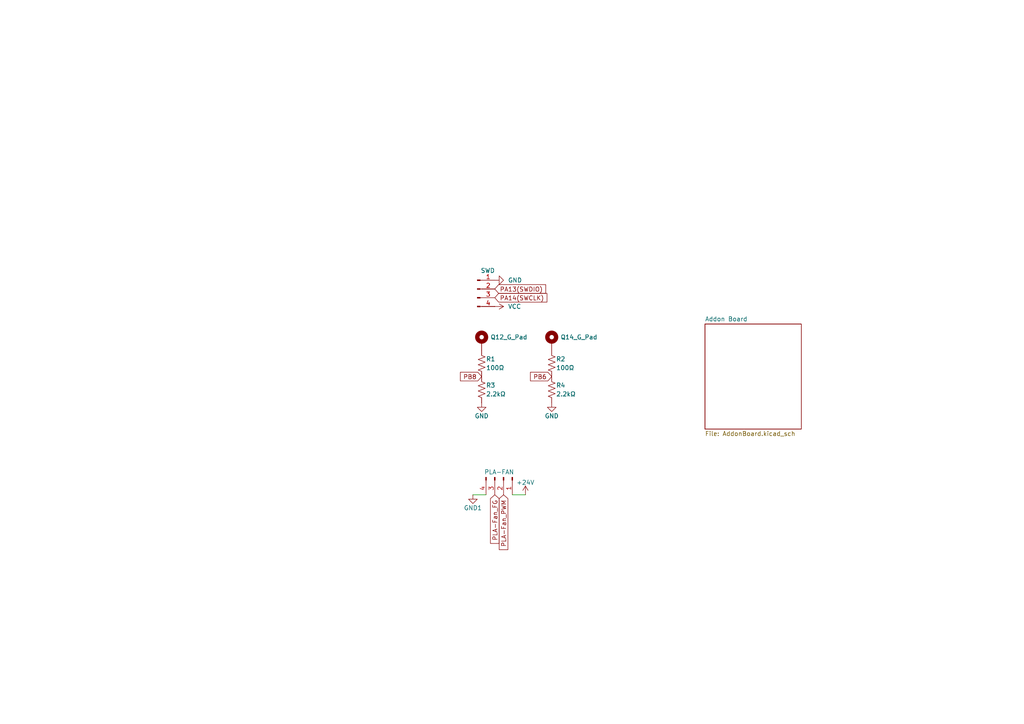
<source format=kicad_sch>
(kicad_sch (version 20250114) (generator "eeschema") (generator_version "9.0")
  (paper "A4")
  (lib_symbols
    (symbol "Connector:Conn_01x04_Pin" (pin_names (offset 1.016) (hide yes))
      (property "Reference" "J" (at 0 5.08 0))
      (property "Value" "Conn_01x04_Pin" (at 0 -7.62 0))
      (symbol "Conn_01x04_Pin_1_1"
        (rectangle (start 0.8636 2.667) (end 0 2.413) (stroke (width 0.1524)) (fill (type outline)))
        (rectangle (start 0.8636 0.127) (end 0 -0.127) (stroke (width 0.1524)) (fill (type outline)))
        (rectangle (start 0.8636 -2.413) (end 0 -2.667) (stroke (width 0.1524)) (fill (type outline)))
        (rectangle (start 0.8636 -4.953) (end 0 -5.207) (stroke (width 0.1524)) (fill (type outline)))
        (polyline (pts (xy 1.27 2.54) (xy 0.8636 2.54)) (stroke (width 0.1524)))
        (polyline (pts (xy 1.27 0) (xy 0.8636 0)) (stroke (width 0.1524)))
        (polyline (pts (xy 1.27 -2.54) (xy 0.8636 -2.54)) (stroke (width 0.1524)))
        (polyline (pts (xy 1.27 -5.08) (xy 0.8636 -5.08)) (stroke (width 0.1524)))
        (pin passive line (at 5.08 2.54 180) (length 3.81) (name "Pin_1") (number "1"))
        (pin passive line (at 5.08 0 180) (length 3.81) (name "Pin_2") (number "2"))
        (pin passive line (at 5.08 -2.54 180) (length 3.81) (name "Pin_3") (number "3"))
        (pin passive line (at 5.08 -5.08 180) (length 3.81) (name "Pin_4") (number "4"))
      )
    )
    (symbol "Device:R_US" (pin_numbers (hide yes)) (pin_names (offset 0))
      (property "Reference" "R" (at 2.54 0 90))
      (property "Value" "R_US" (at -2.54 0 90))
      (symbol "R_US_0_1"
        (polyline (pts (xy 0 2.286) (xy 0 2.54)))
        (polyline (pts (xy 0 2.286) (xy 1.016 1.905) (xy 0 1.524) (xy -1.016 1.143) (xy 0 0.762)))
        (polyline (pts (xy 0 0.762) (xy 1.016 0.381) (xy 0 0) (xy -1.016 -0.381) (xy 0 -0.762)))
        (polyline (pts (xy 0 -0.762) (xy 1.016 -1.143) (xy 0 -1.524) (xy -1.016 -1.905) (xy 0 -2.286)))
        (polyline (pts (xy 0 -2.286) (xy 0 -2.54)))
      )
      (symbol "R_US_1_1"
        (pin passive line (at 0 3.81 270) (length 1.27) (name "~") (number "1"))
        (pin passive line (at 0 -3.81 90) (length 1.27) (name "~") (number "2"))
      )
    )
    (symbol "Mechanical:MountingHole_Pad" (pin_numbers (hide yes)) (pin_names (offset 1.016) (hide yes)) (in_bom no)
      (property "Reference" "H" (at 0 6.35 0))
      (property "Value" "MountingHole_Pad" (at 0 4.445 0))
      (symbol "MountingHole_Pad_0_1"
        (circle (center 0 1.27) (radius 1.27) (stroke (width 1.27)))
      )
      (symbol "MountingHole_Pad_1_1"
        (pin input line (at 0 -2.54 90) (length 2.54) (name "1") (number "1"))
      )
    )
    (symbol "power:+24V" (power) (pin_numbers (hide yes)) (pin_names (offset 0) (hide yes))
      (property "Value" "+24V" (at 0 3.556 0))
      (symbol "+24V_0_1"
        (polyline (pts (xy -0.762 1.27) (xy 0 2.54)))
        (polyline (pts (xy 0 2.54) (xy 0.762 1.27)))
        (polyline (pts (xy 0 0) (xy 0 2.54)))
      )
      (symbol "+24V_1_1"
        (pin power_in line (at 0 0 90) (length 0) (name "~") (number "1"))
      )
    )
    (symbol "power:GND" (power) (pin_numbers (hide yes)) (pin_names (offset 0) (hide yes))
      (property "Value" "GND" (at 0 -3.81 0))
      (symbol "GND_0_1"
        (polyline (pts (xy 0 0) (xy 0 -1.27) (xy 1.27 -1.27) (xy 0 -2.54) (xy -1.27 -1.27) (xy 0 -1.27)))
      )
      (symbol "GND_1_1"
        (pin power_in line (at 0 0 270) (length 0) (name "~") (number "1"))
      )
    )
    (symbol "power:GND1" (power) (pin_numbers (hide yes)) (pin_names (offset 0) (hide yes))
      (property "Value" "GND1" (at 0 -3.81 0))
      (symbol "GND1_0_1"
        (polyline (pts (xy 0 0) (xy 0 -1.27) (xy 1.27 -1.27) (xy 0 -2.54) (xy -1.27 -1.27) (xy 0 -1.27)))
      )
      (symbol "GND1_1_1"
        (pin power_in line (at 0 0 270) (length 0) (name "~") (number "1"))
      )
    )
    (symbol "power:VCC" (power) (pin_numbers (hide yes)) (pin_names (offset 0) (hide yes))
      (property "Value" "VCC" (at 0 3.556 0))
      (symbol "VCC_0_1"
        (polyline (pts (xy -0.762 1.27) (xy 0 2.54)))
        (polyline (pts (xy 0 2.54) (xy 0.762 1.27)))
        (polyline (pts (xy 0 0) (xy 0 2.54)))
      )
      (symbol "VCC_1_1"
        (pin power_in line (at 0 0 90) (length 0) (name "~") (number "1"))
      )
    )
  )
  (wire (pts (xy 148.59 143.51) (xy 152.4 143.51)))
  (wire (pts (xy 137.16 143.51) (xy 140.97 143.51)))
  (global_label "PB6" (shape input) (at 160.02 109.22 180) (property "Intersheetrefs" "${INTERSHEET_REFS}" (effects (hide yes))))
  (global_label "PB8" (shape input) (at 139.7 109.22 180) (property "Intersheetrefs" "${INTERSHEET_REFS}" (effects (hide yes))))
  (global_label "PA14(SWCLK)" (shape input) (at 143.51 86.36 0) (property "Intersheetrefs" "${INTERSHEET_REFS}" (effects (hide yes))))
  (global_label "PA13(SWDIO)" (shape input) (at 143.51 83.82 0) (property "Intersheetrefs" "${INTERSHEET_REFS}" (effects (hide yes))))
  (global_label "PLA-Fan_FG" (shape input) (at 143.51 143.51 270) (property "Intersheetrefs" "${INTERSHEET_REFS}" (effects (hide yes))))
  (global_label "PLA-Fan_PWM" (shape input) (at 146.05 143.51 270) (property "Intersheetrefs" "${INTERSHEET_REFS}" (effects (hide yes))))
  (symbol (lib_id "power:GND1") (at 137.16 143.51 0) (unit 1)
    (property "Reference" "#PWR06" (effects (hide yes)))
    (property "Value" "GND1" (at 137.16 147.32 0))
    (property "Description" "Power symbol creates a global label with name \"GND1\" , ground" (effects (hide yes)))
  )
  (symbol (lib_id "power:GND") (at 139.7 116.84 0) (unit 1)
    (property "Reference" "#PWR01" (effects (hide yes)))
    (property "Value" "GND" (at 139.7 120.65 0))
    (property "Description" "Power symbol creates a global label with name \"GND\" , ground" (effects (hide yes)))
  )
  (symbol (lib_id "power:GND") (at 160.02 116.84 0) (unit 1)
    (property "Reference" "#PWR02" (effects (hide yes)))
    (property "Value" "GND" (at 160.02 120.65 0))
    (property "Description" "Power symbol creates a global label with name \"GND\" , ground" (effects (hide yes)))
  )
  (symbol (lib_id "Device:R_US") (at 139.7 105.41 0) (unit 1)
    (property "Reference" "R1" (at 140.97 104.14 0) (effects (justify left)))
    (property "Value" "100Ω" (at 140.97 106.68 0) (effects (justify left)))
    (property "Description" "Resistor, US symbol" (effects (hide yes)))
  )
  (symbol (lib_id "power:GND") (at 143.51 81.28 90) (unit 1)
    (property "Reference" "#PWR03" (effects (hide yes)))
    (property "Value" "GND" (at 147.32 81.2799 90) (effects (justify right)))
    (property "Description" "Power symbol creates a global label with name \"GND\" , ground" (effects (hide yes)))
  )
  (symbol (lib_id "Device:R_US") (at 139.7 113.03 0) (unit 1)
    (property "Reference" "R3" (at 140.97 111.76 0) (effects (justify left)))
    (property "Value" "2.2kΩ" (at 140.97 114.3 0) (effects (justify left)))
    (property "Description" "Resistor, US symbol" (effects (hide yes)))
  )
  (symbol (lib_id "Connector:Conn_01x04_Pin") (at 146.05 138.43 270) (unit 1)
    (property "Reference" "PLA-FAN" (at 144.78 136.906 90))
    (property "Value" "Conn_01x04_Pin" (effects (hide yes)))
    (property "Description" "Generic connector, single row, 01x04, script generated" (effects (hide yes)))
  )
  (symbol (lib_id "Device:R_US") (at 160.02 105.41 0) (unit 1)
    (property "Reference" "R2" (at 161.29 104.14 0) (effects (justify left)))
    (property "Value" "100Ω" (at 161.29 106.68 0) (effects (justify left)))
    (property "Description" "Resistor, US symbol" (effects (hide yes)))
  )
  (symbol (lib_id "power:+24V") (at 152.4 143.51 0) (unit 1)
    (property "Reference" "#PWR05" (effects (hide yes)))
    (property "Value" "+24V" (at 152.4 139.954 0))
    (property "Description" "Power symbol creates a global label with name \"+24V\"" (effects (hide yes)))
  )
  (symbol (lib_id "Device:R_US") (at 160.02 113.03 0) (unit 1)
    (property "Reference" "R4" (at 161.29 111.76 0) (effects (justify left)))
    (property "Value" "2.2kΩ" (at 161.29 114.3 0) (effects (justify left)))
    (property "Description" "Resistor, US symbol" (effects (hide yes)))
  )
  (symbol (lib_id "power:VCC") (at 143.51 88.9 270) (unit 1)
    (property "Reference" "#PWR04" (effects (hide yes)))
    (property "Value" "VCC" (at 147.32 88.8999 90) (effects (justify left)))
    (property "Description" "Power symbol creates a global label with name \"VCC\"" (effects (hide yes)))
  )
  (symbol (lib_id "Mechanical:MountingHole_Pad") (at 139.7 99.06 0) (unit 1) (in_bom no)
    (property "Reference" "Q12_G_Pad" (at 142.24 97.7899 0) (effects (justify left)))
    (property "Value" "MountingHole_Pad" (effects (hide yes)))
    (property "Description" "Mounting Hole with connection" (effects (hide yes)))
  )
  (symbol (lib_id "Mechanical:MountingHole_Pad") (at 160.02 99.06 0) (unit 1) (in_bom no)
    (property "Reference" "Q14_G_Pad" (at 162.56 97.7899 0) (effects (justify left)))
    (property "Value" "MountingHole_Pad" (effects (hide yes)))
    (property "Description" "Mounting Hole with connection" (effects (hide yes)))
  )
  (symbol (lib_id "Connector:Conn_01x04_Pin") (at 138.43 83.82 0) (unit 1)
    (property "Reference" "SWD" (at 141.478 78.486 0))
    (property "Value" "Conn_01x04_Pin" (effects (hide yes)))
    (property "Description" "Generic connector, single row, 01x04, script generated" (effects (hide yes)))
  )
  (sheet (at 204.47 93.98) (size 27.94 30.48) (stroke (width 0.1524))
    (property "Sheetname" "Addon Board" (at 204.47 93.2684 0) (effects (justify left bottom)))
    (property "Sheetfile" "AddonBoard.kicad_sch" (at 204.47 125.0446 0) (effects (justify left top)))
  )
)
</source>
